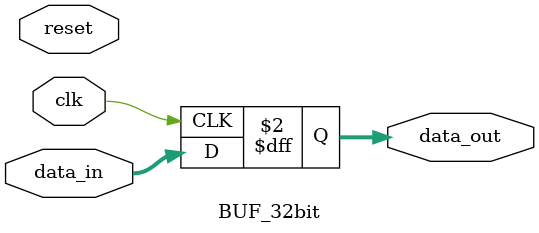
<source format=v>
`timescale 1ns / 1ps

module BUF_32bit(
    input clk,
    input reset,
    input [31:0] data_in,
    
    output reg [31:0] data_out
);

    always @ (posedge clk)
        data_out <= data_in;

    /* buf BUF_1(data_out[0], data_in[0]); */
    /* buf BUF_2(data_out[1], data_in[1]); */
    /* buf BUF_3(data_out[2], data_in[2]); */
    /* buf BUF_4(data_out[3], data_in[3]); */
    /* buf BUF_5(data_out[4], data_in[4]); */
    /* buf BUF_6(data_out[5], data_in[5]); */
    /* buf BUF_7(data_out[6], data_in[6]); */
    /* buf BUF_8(data_out[7], data_in[7]); */
    /* buf BUF_9(data_out[8], data_in[8]); */
    /* buf BUF_10(data_out[9], data_in[9]); */
    /* buf BUF_11(data_out[10], data_in[10]); */
    /* buf BUF_12(data_out[11], data_in[11]); */
    /* buf BUF_13(data_out[12], data_in[12]); */
    /* buf BUF_14(data_out[13], data_in[13]); */
    /* buf BUF_15(data_out[14], data_in[14]); */
    /* buf BUF_16(data_out[15], data_in[15]); */
    /* buf BUF_17(data_out[16], data_in[16]); */
    /* buf BUF_18(data_out[17], data_in[17]); */
    /* buf BUF_19(data_out[18], data_in[18]); */
    /* buf BUF_20(data_out[19], data_in[19]); */
    /* buf BUF_21(data_out[20], data_in[20]); */
    /* buf BUF_22(data_out[21], data_in[21]); */
    /* buf BUF_23(data_out[22], data_in[22]); */
    /* buf BUF_24(data_out[23], data_in[23]); */
    /* buf BUF_25(data_out[24], data_in[24]); */
    /* buf BUF_26(data_out[25], data_in[25]); */
    /* buf BUF_27(data_out[26], data_in[26]); */
    /* buf BUF_28(data_out[27], data_in[27]); */
    /* buf BUF_29(data_out[28], data_in[28]); */
    /* buf BUF_30(data_out[29], data_in[29]); */
    /* buf BUF_31(data_out[30], data_in[30]); */
    /* buf BUF_32(data_out[31], data_in[31]); */
    
endmodule
 

</source>
